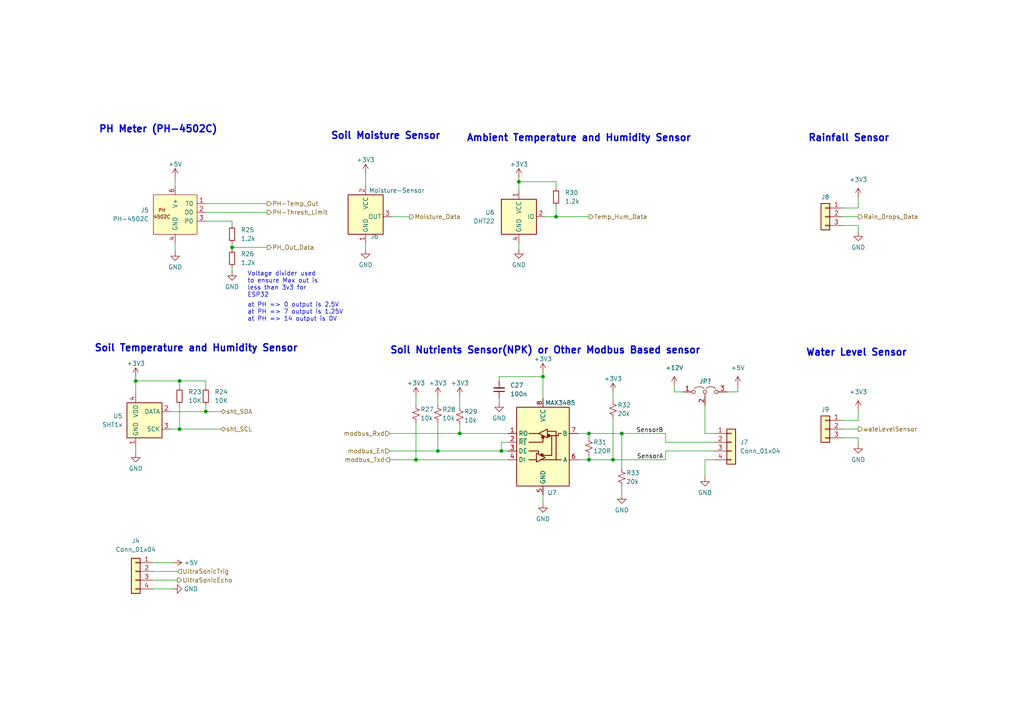
<source format=kicad_sch>
(kicad_sch (version 20211123) (generator eeschema)
  (paper "A4")
  (title_block (title "MKULIMA IOT DEVICE") (date "2022-10-26") (rev "v01") (comment 1 "Checked By: ") (comment 2 "Designed By: ") (comment 3 "Project Lead: Peter Kirumba") (comment 4 "MKULIMA IOT DEVICE"))
  (lib_symbols
    (symbol "Connector_Generic:Conn_01x03" (pin_names (offset 1.016) hide)
      (property "Reference" "J" (at 0 5.08 0))
      (property "Value" "Conn_01x03" (at 0 -5.08 0))
      (symbol "Conn_01x03_1_1"
        (rectangle (start -1.27 -2.413) (end 0 -2.667) (stroke (width 0.1524)))
        (rectangle (start -1.27 0.127) (end 0 -0.127) (stroke (width 0.1524)))
        (rectangle (start -1.27 2.667) (end 0 2.413) (stroke (width 0.1524)))
        (rectangle (start -1.27 3.81) (end 1.27 -3.81) (stroke (width 0.254)) (fill (type background)))
        (pin passive line (at -5.08 2.54 0) (length 3.81) (name "Pin_1") (number "1"))
        (pin passive line (at -5.08 0 0) (length 3.81) (name "Pin_2") (number "2"))
        (pin passive line (at -5.08 -2.54 0) (length 3.81) (name "Pin_3") (number "3"))
      )
    )
    (symbol "Connector_Generic:Conn_01x04" (pin_names (offset 1.016) hide)
      (property "Reference" "J" (at 0 5.08 0))
      (property "Value" "Conn_01x04" (at 0 -7.62 0))
      (symbol "Conn_01x04_1_1"
        (rectangle (start -1.27 -4.953) (end 0 -5.207) (stroke (width 0.1524)))
        (rectangle (start -1.27 -2.413) (end 0 -2.667) (stroke (width 0.1524)))
        (rectangle (start -1.27 0.127) (end 0 -0.127) (stroke (width 0.1524)))
        (rectangle (start -1.27 2.667) (end 0 2.413) (stroke (width 0.1524)))
        (rectangle (start -1.27 3.81) (end 1.27 -6.35) (stroke (width 0.254)) (fill (type background)))
        (pin passive line (at -5.08 2.54 0) (length 3.81) (name "Pin_1") (number "1"))
        (pin passive line (at -5.08 0 0) (length 3.81) (name "Pin_2") (number "2"))
        (pin passive line (at -5.08 -2.54 0) (length 3.81) (name "Pin_3") (number "3"))
        (pin passive line (at -5.08 -5.08 0) (length 3.81) (name "Pin_4") (number "4"))
      )
    )
    (symbol "Device:C_Small" (pin_numbers hide) (pin_names (offset 0.254) hide)
      (property "Reference" "C" (at 0.254 1.778 0))
      (property "Value" "C_Small" (at 0.254 -2.032 0))
      (symbol "C_Small_0_1"
        (polyline (pts (xy -1.524 -0.508) (xy 1.524 -0.508)) (stroke (width 0.3302)))
        (polyline (pts (xy -1.524 0.508) (xy 1.524 0.508)) (stroke (width 0.3048)))
      )
      (symbol "C_Small_1_1"
        (pin passive line (at 0 2.54 270) (length 2.032) (name "~") (number "1"))
        (pin passive line (at 0 -2.54 90) (length 2.032) (name "~") (number "2"))
      )
    )
    (symbol "Device:R_Small" (pin_numbers hide) (pin_names (offset 0.254) hide)
      (property "Reference" "R" (at 0.762 0.508 0))
      (property "Value" "R_Small" (at 0.762 -1.016 0))
      (symbol "R_Small_0_1"
        (rectangle (start -0.762 1.778) (end 0.762 -1.778) (stroke (width 0.2032)))
      )
      (symbol "R_Small_1_1"
        (pin passive line (at 0 2.54 270) (length 0.762) (name "~") (number "1"))
        (pin passive line (at 0 -2.54 90) (length 0.762) (name "~") (number "2"))
      )
    )
    (symbol "Device:R_Small_US" (pin_numbers hide) (pin_names (offset 0.254) hide)
      (property "Reference" "R" (at 0.762 0.508 0))
      (property "Value" "R_Small_US" (at 0.762 -1.016 0))
      (symbol "R_Small_US_1_1"
        (polyline (pts (xy 0 0) (xy 1.016 -0.381) (xy 0 -0.762) (xy -1.016 -1.143) (xy 0 -1.524)))
        (polyline (pts (xy 0 1.524) (xy 1.016 1.143) (xy 0 0.762) (xy -1.016 0.381) (xy 0 0)))
        (pin passive line (at 0 2.54 270) (length 1.016) (name "~") (number "1"))
        (pin passive line (at 0 -2.54 90) (length 1.016) (name "~") (number "2"))
      )
    )
    (symbol "GCL_Modules&Devboards:Moisture-Sensor"
      (property "Reference" "J" (at 1.27 -6.35 0))
      (property "Value" "Moisture-Sensor" (at 8.89 7.62 0))
      (symbol "Moisture-Sensor_0_0"
        (pin passive line (at 0 -7.62 90) (length 2.54) (name "GND") (number "1"))
        (pin passive line (at 0 8.89 270) (length 2.54) (name "VCC") (number "2"))
        (pin passive line (at 7.62 0 180) (length 2.54) (name "OUT") (number "3"))
      )
      (symbol "Moisture-Sensor_0_1"
        (rectangle (start -5.08 6.35) (end 5.08 -5.08) (stroke (width 0.254)) (fill (type background)))
      )
    )
    (symbol "GCL_Modules_THT:PH-4502C" (pin_names (offset 1.016))
      (property "Reference" "J" (at -3.81 -11.43 0))
      (property "Value" "PH-4502C" (at 6.35 3.81 0))
      (symbol "PH-4502C_0_0"
        (text "4502C" (at -3.81 -3.81 0) (effects (font (size 1 1))))
        (text "PH" (at -3.81 -1.905 0) (effects (font (size 0.9906 0.9906))))
        (pin passive line (at 8.89 0 180) (length 2.54) (name "T0") (number "1"))
        (pin passive line (at 8.89 -2.54 180) (length 2.54) (name "D0") (number "2"))
        (pin passive line (at 8.89 -5.08 180) (length 2.54) (name "P0") (number "3"))
        (pin passive line (at 0 -11.43 90) (length 2.54) (name "GND") (number "4"))
        (pin passive line (at 0 -11.43 90) (length 2.54) hide (name "GND") (number "5"))
        (pin passive line (at 0 5.08 270) (length 2.54) (name "V+") (number "6"))
      )
      (symbol "PH-4502C_0_1"
        (rectangle (start -6.35 2.54) (end 6.35 -8.89) (fill (type background)))
      )
    )
    (symbol "Interface_UART:MAX3485"
      (property "Reference" "U" (at -6.096 11.43 0))
      (property "Value" "MAX3485" (at 0.762 11.43 0))
      (symbol "MAX3485_0_1"
        (rectangle (start -7.62 10.16) (end 7.62 -12.7) (stroke (width 0.254)) (fill (type background)))
        (circle (center -0.3048 -3.683) (radius 0.3556) (stroke (width 0.254)) (fill (type outline)))
        (circle (center -0.0254 1.4986) (radius 0.3556) (stroke (width 0.254)) (fill (type outline)))
        (polyline (pts (xy -4.064 -5.08) (xy -1.905 -5.08)) (stroke (width 0.254)))
        (polyline (pts (xy -4.064 2.54) (xy -1.27 2.54)) (stroke (width 0.254)))
        (polyline (pts (xy -1.27 -3.2004) (xy -1.27 -3.4544)) (stroke (width 0.254)))
        (polyline (pts (xy -0.635 -5.08) (xy 5.334 -5.08)) (stroke (width 0.254)))
        (polyline (pts (xy -4.064 -2.54) (xy -1.27 -2.54) (xy -1.27 -3.175)) (stroke (width 0.254)))
        (polyline (pts (xy 0 1.27) (xy 0 0) (xy -4.064 0)) (stroke (width 0.254)))
        (polyline (pts (xy 1.27 3.175) (xy 3.81 3.175) (xy 3.81 -5.08)) (stroke (width 0.254)))
        (polyline (pts (xy 2.54 1.905) (xy 2.54 -3.81) (xy 0 -3.81)) (stroke (width 0.254)))
        (polyline (pts (xy -1.905 -3.175) (xy -1.905 -5.715) (xy 0.635 -4.445) (xy -1.905 -3.175)) (stroke (width 0.254)))
        (polyline (pts (xy -1.27 2.54) (xy 1.27 3.81) (xy 1.27 1.27) (xy -1.27 2.54)) (stroke (width 0.254)))
        (polyline (pts (xy 1.905 1.905) (xy 4.445 1.905) (xy 4.445 2.54) (xy 5.334 2.54)) (stroke (width 0.254)))
        (rectangle (start 1.27 3.175) (end 1.27 3.175))
        (circle (center 1.651 1.905) (radius 0.3556) (stroke (width 0.254)) (fill (type outline)))
      )
      (symbol "MAX3485_1_1"
        (pin output line (at -10.16 2.54 0) (length 2.54) (name "RO") (number "1"))
        (pin input line (at -10.16 0 0) (length 2.54) (name "~{RE}") (number "2"))
        (pin input line (at -10.16 -2.54 0) (length 2.54) (name "DE") (number "3"))
        (pin input line (at -10.16 -5.08 0) (length 2.54) (name "DI") (number "4"))
        (pin power_in line (at 0 -15.24 90) (length 2.54) (name "GND") (number "5"))
        (pin bidirectional line (at 10.16 -5.08 180) (length 2.54) (name "A") (number "6"))
        (pin bidirectional line (at 10.16 2.54 180) (length 2.54) (name "B") (number "7"))
        (pin power_in line (at 0 12.7 270) (length 2.54) (name "VCC") (number "8"))
      )
    )
    (symbol "Jumper:Jumper_3_Open" (pin_names (offset 0) hide)
      (property "Reference" "JP" (at -2.54 -2.54 0))
      (property "Value" "Jumper_3_Open" (at 0 2.794 0))
      (symbol "Jumper_3_Open_0_0"
        (circle (center -3.302 0) (radius 0.508))
        (circle (center 0 0) (radius 0.508))
        (circle (center 3.302 0) (radius 0.508))
      )
      (symbol "Jumper_3_Open_0_1"
        (arc (start -0.254 1.016) (mid -1.651 1.4992) (end -3.048 1.016))
        (polyline (pts (xy 0 -0.508) (xy 0 -1.27)))
        (arc (start 3.048 1.016) (mid 1.651 1.4992) (end 0.254 1.016))
      )
      (symbol "Jumper_3_Open_1_1"
        (pin passive line (at -6.35 0 0) (length 2.54) (name "A") (number "1"))
        (pin passive line (at 0 -3.81 90) (length 2.54) (name "C") (number "2"))
        (pin passive line (at 6.35 0 180) (length 2.54) (name "B") (number "3"))
      )
    )
    (symbol "Sensor:DHT11"
      (property "Reference" "U" (at -3.81 6.35 0))
      (property "Value" "DHT11" (at 3.81 6.35 0))
      (symbol "DHT11_0_1"
        (rectangle (start -5.08 5.08) (end 5.08 -5.08) (stroke (width 0.254)) (fill (type background)))
      )
      (symbol "DHT11_1_1"
        (pin power_in line (at 0 7.62 270) (length 2.54) (name "VCC") (number "1"))
        (pin bidirectional line (at 7.62 0 180) (length 2.54) (name "IO") (number "2"))
        (pin no_connect line (at -5.08 0 0) (length 2.54) hide (name "NC") (number "3"))
        (pin power_in line (at 0 -7.62 90) (length 2.54) (name "GND") (number "4"))
      )
    )
    (symbol "Sensor:SHT1x"
      (property "Reference" "U" (at 3.81 6.35 0))
      (property "Value" "SHT1x" (at 2.54 -6.35 0))
      (symbol "SHT1x_0_1"
        (rectangle (start -5.08 5.08) (end 5.08 -5.08) (stroke (width 0.254)) (fill (type background)))
      )
      (symbol "SHT1x_1_1"
        (pin power_in line (at -2.54 -7.62 90) (length 2.54) (name "GND") (number "1"))
        (pin bidirectional line (at 7.62 2.54 180) (length 2.54) (name "DATA") (number "2"))
        (pin input line (at 7.62 -2.54 180) (length 2.54) (name "SCK") (number "3"))
        (pin power_in line (at -2.54 7.62 270) (length 2.54) (name "VDD") (number "4"))
      )
    )
    (symbol "power:+12V" (power) (pin_names (offset 0))
      (property "Value" "+12V" (at 0 3.556 0))
      (symbol "+12V_0_1"
        (polyline (pts (xy -0.762 1.27) (xy 0 2.54)))
        (polyline (pts (xy 0 0) (xy 0 2.54)))
        (polyline (pts (xy 0 2.54) (xy 0.762 1.27)))
      )
      (symbol "+12V_1_1"
        (pin power_in line (at 0 0 90) (length 0) hide (name "+12V") (number "1"))
      )
    )
    (symbol "power:+3V3" (power) (pin_names (offset 0))
      (property "Value" "+3V3" (at 0 3.556 0))
      (symbol "+3V3_0_1"
        (polyline (pts (xy -0.762 1.27) (xy 0 2.54)))
        (polyline (pts (xy 0 0) (xy 0 2.54)))
        (polyline (pts (xy 0 2.54) (xy 0.762 1.27)))
      )
      (symbol "+3V3_1_1"
        (pin power_in line (at 0 0 90) (length 0) hide (name "+3V3") (number "1"))
      )
    )
    (symbol "power:+5V" (power) (pin_names (offset 0))
      (property "Value" "+5V" (at 0 3.556 0))
      (symbol "+5V_0_1"
        (polyline (pts (xy -0.762 1.27) (xy 0 2.54)))
        (polyline (pts (xy 0 0) (xy 0 2.54)))
        (polyline (pts (xy 0 2.54) (xy 0.762 1.27)))
      )
      (symbol "+5V_1_1"
        (pin power_in line (at 0 0 90) (length 0) hide (name "+5V") (number "1"))
      )
    )
    (symbol "power:GND" (power) (pin_names (offset 0))
      (property "Value" "GND" (at 0 -3.81 0))
      (symbol "GND_0_1"
        (polyline (pts (xy 0 0) (xy 0 -1.27) (xy 1.27 -1.27) (xy 0 -2.54) (xy -1.27 -1.27) (xy 0 -1.27)))
      )
      (symbol "GND_1_1"
        (pin power_in line (at 0 0 270) (length 0) hide (name "GND") (number "1"))
      )
    )
  )
  (junction (at 52.07 110.49))
  (junction (at 59.69 119.38))
  (junction (at 67.31 71.755))
  (junction (at 127 130.81))
  (junction (at 52.07 124.46))
  (junction (at 170.815 125.73))
  (junction (at 120.65 133.35))
  (junction (at 161.29 62.865))
  (junction (at 180.34 125.73))
  (junction (at 133.35 125.73))
  (junction (at 170.815 133.35))
  (junction (at 145.415 130.81))
  (junction (at 39.37 110.49))
  (junction (at 157.48 109.22))
  (junction (at 150.495 52.705))
  (junction (at 177.8 133.35))
  (wire (pts (xy 213.995 113.665) (xy 210.82 113.665)))
  (wire (pts (xy 180.34 143.51) (xy 180.34 140.97)))
  (wire (pts (xy 248.92 57.15) (xy 248.92 60.325)))
  (wire (pts (xy 150.495 52.705) (xy 150.495 55.245)))
  (wire (pts (xy 177.8 113.665) (xy 177.8 116.205)))
  (wire (pts (xy 193.04 130.81) (xy 207.01 130.81)))
  (wire (pts (xy 161.29 52.705) (xy 150.495 52.705)))
  (wire (pts (xy 157.48 109.22) (xy 157.48 107.95)))
  (wire (pts (xy 133.35 123.19) (xy 133.35 125.73)))
  (wire (pts (xy 170.815 125.73) (xy 180.34 125.73)))
  (wire (pts (xy 213.995 111.76) (xy 213.995 113.665)))
  (wire (pts (xy 67.31 77.47) (xy 67.31 78.74)))
  (wire (pts (xy 144.78 110.49) (xy 144.78 109.22)))
  (wire (pts (xy 248.92 118.745) (xy 248.92 121.92)))
  (wire (pts (xy 170.815 127) (xy 170.815 125.73)))
  (wire (pts (xy 59.69 59.055) (xy 77.47 59.055)))
  (wire (pts (xy 161.29 59.69) (xy 161.29 62.865)))
  (wire (pts (xy 59.69 112.395) (xy 59.69 110.49)))
  (wire (pts (xy 204.47 125.73) (xy 207.01 125.73)))
  (wire (pts (xy 106.045 70.485) (xy 106.045 72.39)))
  (wire (pts (xy 157.48 109.22) (xy 157.48 115.57)))
  (wire (pts (xy 204.47 133.35) (xy 207.01 133.35)))
  (wire (pts (xy 106.045 50.165) (xy 106.045 53.975)))
  (wire (pts (xy 161.29 62.865) (xy 170.815 62.865)))
  (wire (pts (xy 127 114.935) (xy 127 117.475)))
  (wire (pts (xy 50.8 51.435) (xy 50.8 53.975)))
  (wire (pts (xy 133.35 114.935) (xy 133.35 118.11)))
  (wire (pts (xy 113.03 125.73) (xy 133.35 125.73)))
  (wire (pts (xy 59.69 61.595) (xy 77.47 61.595)))
  (wire (pts (xy 150.495 70.485) (xy 150.495 72.39)))
  (wire (pts (xy 44.45 165.735) (xy 51.435 165.735)))
  (wire (pts (xy 50.8 70.485) (xy 50.8 73.025)))
  (wire (pts (xy 59.69 119.38) (xy 64.135 119.38)))
  (wire (pts (xy 158.115 62.865) (xy 161.29 62.865)))
  (wire (pts (xy 150.495 51.435) (xy 150.495 52.705)))
  (wire (pts (xy 49.53 124.46) (xy 52.07 124.46)))
  (wire (pts (xy 144.78 109.22) (xy 157.48 109.22)))
  (wire (pts (xy 59.69 117.475) (xy 59.69 119.38)))
  (wire (pts (xy 193.04 130.81) (xy 193.04 133.35)))
  (wire (pts (xy 180.34 125.73) (xy 193.04 125.73)))
  (wire (pts (xy 67.31 64.135) (xy 67.31 65.405)))
  (wire (pts (xy 39.37 110.49) (xy 39.37 114.3)))
  (wire (pts (xy 170.815 133.35) (xy 177.8 133.35)))
  (wire (pts (xy 113.665 62.865) (xy 118.745 62.865)))
  (wire (pts (xy 207.01 128.27) (xy 193.04 128.27)))
  (wire (pts (xy 167.64 133.35) (xy 170.815 133.35)))
  (wire (pts (xy 120.65 133.35) (xy 147.32 133.35)))
  (wire (pts (xy 244.475 60.325) (xy 248.92 60.325)))
  (wire (pts (xy 145.415 130.81) (xy 147.32 130.81)))
  (wire (pts (xy 195.58 111.76) (xy 195.58 113.665)))
  (wire (pts (xy 52.07 124.46) (xy 64.135 124.46)))
  (wire (pts (xy 133.35 125.73) (xy 147.32 125.73)))
  (wire (pts (xy 204.47 133.35) (xy 204.47 138.43)))
  (wire (pts (xy 113.03 130.81) (xy 127 130.81)))
  (wire (pts (xy 120.65 117.475) (xy 120.65 114.935)))
  (wire (pts (xy 39.37 110.49) (xy 52.07 110.49)))
  (wire (pts (xy 120.65 122.555) (xy 120.65 133.35)))
  (wire (pts (xy 39.37 129.54) (xy 39.37 131.445)))
  (wire (pts (xy 193.04 125.73) (xy 193.04 128.27)))
  (wire (pts (xy 177.8 121.285) (xy 177.8 133.35)))
  (wire (pts (xy 244.475 124.46) (xy 248.92 124.46)))
  (wire (pts (xy 167.64 125.73) (xy 170.815 125.73)))
  (wire (pts (xy 248.92 127) (xy 248.92 128.905)))
  (wire (pts (xy 59.69 64.135) (xy 67.31 64.135)))
  (wire (pts (xy 49.53 119.38) (xy 59.69 119.38)))
  (wire (pts (xy 180.34 125.73) (xy 180.34 135.89)))
  (wire (pts (xy 145.415 128.27) (xy 145.415 130.81)))
  (wire (pts (xy 44.45 170.815) (xy 50.165 170.815)))
  (wire (pts (xy 52.07 117.475) (xy 52.07 124.46)))
  (wire (pts (xy 39.37 109.22) (xy 39.37 110.49)))
  (wire (pts (xy 195.58 113.665) (xy 198.12 113.665)))
  (wire (pts (xy 120.65 133.35) (xy 113.03 133.35)))
  (wire (pts (xy 177.8 133.35) (xy 193.04 133.35)))
  (wire (pts (xy 44.45 168.275) (xy 51.435 168.275)))
  (wire (pts (xy 67.31 71.755) (xy 77.47 71.755)))
  (wire (pts (xy 44.45 163.195) (xy 50.165 163.195)))
  (wire (pts (xy 127 130.81) (xy 145.415 130.81)))
  (wire (pts (xy 248.92 65.405) (xy 248.92 67.31)))
  (wire (pts (xy 52.07 110.49) (xy 52.07 112.395)))
  (wire (pts (xy 67.31 70.485) (xy 67.31 71.755)))
  (wire (pts (xy 127 122.555) (xy 127 130.81)))
  (wire (pts (xy 244.475 121.92) (xy 248.92 121.92)))
  (wire (pts (xy 52.07 110.49) (xy 59.69 110.49)))
  (wire (pts (xy 161.29 54.61) (xy 161.29 52.705)))
  (wire (pts (xy 157.48 143.51) (xy 157.48 146.05)))
  (wire (pts (xy 244.475 62.865) (xy 248.92 62.865)))
  (wire (pts (xy 244.475 65.405) (xy 248.92 65.405)))
  (wire (pts (xy 145.415 128.27) (xy 147.32 128.27)))
  (wire (pts (xy 204.47 117.475) (xy 204.47 125.73)))
  (wire (pts (xy 144.78 115.57) (xy 144.78 116.84)))
  (wire (pts (xy 244.475 127) (xy 248.92 127)))
  (wire (pts (xy 67.31 71.755) (xy 67.31 72.39)))
  (wire (pts (xy 170.815 132.08) (xy 170.815 133.35)))
  (text "Water Level Sensor" (at 233.68 103.505 0) (effects (font (size 2 2) (thickness 0.4) bold) (justify left bottom)))
  (text "Rainfall Sensor" (at 234.315 41.275 0) (effects (font (size 2 2) (thickness 0.4) bold) (justify left bottom)))
  (text "at PH => 0 output is 2.5V\nat PH => 7 output is 1.25V\nat PH => 14 output is 0V" (at 71.755 93.345 0) (effects (font (size 1.27 1.27)) (justify left bottom)))
  (text "Ambient Temperature and Humidity Sensor" (at 135.255 41.275 0) (effects (font (size 2 2) (thickness 0.4) bold) (justify left bottom)))
  (text "Soil Temperature and Humidity Sensor" (at 27.305 102.235 0) (effects (font (size 2 2) (thickness 0.4) bold) (justify left bottom)))
  (text "PH Meter (PH-4502C)" (at 28.575 38.735 0) (effects (font (size 2 2) (thickness 0.4) bold) (justify left bottom)))
  (text "Soil Moisture Sensor" (at 95.885 40.64 0) (effects (font (size 2 2) (thickness 0.4) bold) (justify left bottom)))
  (text "Voltage divider used\nto ensure Max out is\nless than 3v3 for\nESP32" (at 71.755 86.36 0) (effects (font (size 1.27 1.27)) (justify left bottom)))
  (text "Soil Nutrients Sensor(NPK) or Other Modbus Based sensor" (at 113.03 102.87 0) (effects (font (size 2 2) (thickness 0.4) bold) (justify left bottom)))
  (label "SensorA" (at 192.405 133.35 180))
  (label "SensorB" (at 192.405 125.73 180))
  (hierarchical_label "wateLevelSensor" (shape output) (at 248.92 124.46 0))
  (hierarchical_label "Rain_Drops_Data" (shape output) (at 248.92 62.865 0))
  (hierarchical_label "PH-Temp_Out" (shape output) (at 77.47 59.055 0))
  (hierarchical_label "UltraSonicTrig" (shape input) (at 51.435 165.735 0))
  (hierarchical_label "PH_Out_Data" (shape output) (at 77.47 71.755 0))
  (hierarchical_label "UltraSonicEcho" (shape output) (at 51.435 168.275 0))
  (hierarchical_label "Moisture_Data" (shape output) (at 118.745 62.865 0))
  (hierarchical_label "modbus_Txd" (shape output) (at 113.03 133.35 180))
  (hierarchical_label "modbus_En" (shape input) (at 113.03 130.81 180))
  (hierarchical_label "modbus_Rxd" (shape input) (at 113.03 125.73 180))
  (hierarchical_label "Temp_Hum_Data" (shape output) (at 170.815 62.865 0))
  (hierarchical_label "sht_SDA" (shape bidirectional) (at 64.135 119.38 0))
  (hierarchical_label "PH-Thresh_Limit" (shape output) (at 77.47 61.595 0))
  (hierarchical_label "sht_SCL" (shape bidirectional) (at 64.135 124.46 0))
  (symbol (lib_id "power:+3V3") (at 127 114.935 0) (unit 1)
    (property "Reference" "#PWR057" (effects hide))
    (property "Value" "+3V3" (at 127 111.125 0))
  )
  (symbol (lib_id "power:GND") (at 50.8 73.025 0) (unit 1)
    (property "Reference" "#PWR052" (effects hide))
    (property "Value" "GND" (at 50.8 77.47 0))
  )
  (symbol (lib_id "power:GND") (at 248.92 67.31 0) (unit 1)
    (property "Reference" "#PWR069" (effects hide))
    (property "Value" "GND" (at 248.92 71.755 0))
  )
  (symbol (lib_id "Device:R_Small_US") (at 120.65 120.015 0) (unit 1)
    (property "Reference" "R27" (at 121.92 118.745 0) (effects (justify left)))
    (property "Value" "10k" (at 121.92 121.285 0) (effects (justify left)))
    (property "Footprint" "Resistor_SMD:R_0805_2012Metric" (effects hide))
  )
  (symbol (lib_id "Device:R_Small") (at 52.07 114.935 0) (unit 1)
    (property "Reference" "R23" (at 54.61 113.6649 0) (effects (justify left)))
    (property "Value" "10K" (at 54.61 116.2049 0) (effects (justify left)))
    (property "Footprint" "Resistor_SMD:R_0805_2012Metric" (effects hide))
  )
  (symbol (lib_id "power:+3V3") (at 120.65 114.935 0) (unit 1)
    (property "Reference" "#PWR056" (effects hide))
    (property "Value" "+3V3" (at 120.65 111.125 0))
  )
  (symbol (lib_id "GCL_Modules_THT:PH-4502C") (at 50.8 59.055 0) (unit 1)
    (property "Reference" "J5" (at 43.18 60.9599 0) (effects (justify right)))
    (property "Value" "PH-4502C" (at 43.18 63.4999 0) (effects (justify right)))
    (property "Footprint" "greencharge-footprints:PH-4502C" (effects hide))
  )
  (symbol (lib_id "power:+3V3") (at 150.495 51.435 0) (unit 1)
    (property "Reference" "#PWR060" (effects hide))
    (property "Value" "+3V3" (at 150.495 47.625 0))
  )
  (symbol (lib_id "Device:R_Small_US") (at 127 120.015 0) (unit 1)
    (property "Reference" "R28" (at 128.27 118.745 0) (effects (justify left)))
    (property "Value" "10k" (at 128.27 121.285 0) (effects (justify left)))
    (property "Footprint" "Resistor_SMD:R_0805_2012Metric" (effects hide))
  )
  (symbol (lib_id "power:+3V3") (at 177.8 113.665 0) (unit 1)
    (property "Reference" "#PWR064" (effects hide))
    (property "Value" "+3V3" (at 177.8 109.855 0))
  )
  (symbol (lib_id "power:GND") (at 50.165 170.815 90) (unit 1)
    (property "Reference" "#PWR050" (effects hide))
    (property "Value" "GND" (at 53.34 170.8149 90) (effects (justify right)))
  )
  (symbol (lib_id "Device:R_Small") (at 67.31 67.945 0) (unit 1)
    (property "Reference" "R25" (at 69.85 66.6749 0) (effects (justify left)))
    (property "Value" "1.2k" (at 69.85 69.2149 0) (effects (justify left)))
    (property "Footprint" "Resistor_SMD:R_0805_2012Metric" (effects hide))
  )
  (symbol (lib_id "power:GND") (at 204.47 138.43 0) (unit 1)
    (property "Reference" "#PWR067" (effects hide))
    (property "Value" "GND" (at 204.47 142.875 0))
  )
  (symbol (lib_id "Device:R_Small_US") (at 180.34 138.43 0) (unit 1)
    (property "Reference" "R33" (at 181.61 137.16 0) (effects (justify left)))
    (property "Value" "20k" (at 181.61 139.7 0) (effects (justify left)))
    (property "Footprint" "Resistor_SMD:R_0805_2012Metric" (effects hide))
  )
  (symbol (lib_id "Device:C_Small") (at 144.78 113.03 180) (unit 1)
    (property "Reference" "C27" (at 147.955 111.7535 0) (effects (justify right)))
    (property "Value" "100n" (at 147.955 114.2935 0) (effects (justify right)))
    (property "Footprint" "Capacitor_SMD:C_0805_2012Metric" (effects hide))
  )
  (symbol (lib_id "power:GND") (at 180.34 143.51 0) (unit 1)
    (property "Reference" "#PWR065" (effects hide))
    (property "Value" "GND" (at 180.34 147.955 0))
  )
  (symbol (lib_id "Connector_Generic:Conn_01x03") (at 239.395 62.865 0) (mirror y) (unit 1)
    (property "Reference" "J8" (at 239.395 57.15 0))
    (property "Value" "Conn_01x03" (effects hide))
    (property "Footprint" "TerminalBlock_Phoenix:TerminalBlock_Phoenix_MPT-0,5-3-2.54_1x03_P2.54mm_Horizontal" (effects hide))
  )
  (symbol (lib_id "power:+3V3") (at 248.92 57.15 0) (unit 1)
    (property "Reference" "#PWR068" (effects hide))
    (property "Value" "+3V3" (at 248.92 52.07 0))
  )
  (symbol (lib_id "power:+3V3") (at 106.045 50.165 0) (unit 1)
    (property "Reference" "#PWR054" (effects hide))
    (property "Value" "+3V3" (at 106.045 46.355 0))
  )
  (symbol (lib_id "Jumper:Jumper_3_Open") (at 204.47 113.665 0) (unit 1)
    (property "Reference" "JP?" (at 204.597 110.617 0))
    (property "Value" "Jumper_3_Open" (effects hide))
  )
  (symbol (lib_id "Connector_Generic:Conn_01x04") (at 212.09 128.27 0) (unit 1)
    (property "Reference" "J7" (at 214.63 128.2699 0) (effects (justify left)))
    (property "Value" "Conn_01x04" (at 214.63 130.8099 0) (effects (justify left)))
    (property "Footprint" "TerminalBlock_Phoenix:TerminalBlock_Phoenix_MPT-0,5-4-2.54_1x04_P2.54mm_Horizontal" (effects hide))
  )
  (symbol (lib_id "power:+12V") (at 195.58 111.76 0) (unit 1)
    (property "Reference" "#PWR066" (effects hide))
    (property "Value" "+12V" (at 195.58 106.68 0))
  )
  (symbol (lib_id "power:GND") (at 106.045 72.39 0) (unit 1)
    (property "Reference" "#PWR055" (effects hide))
    (property "Value" "GND" (at 106.045 76.835 0))
  )
  (symbol (lib_id "power:GND") (at 150.495 72.39 0) (unit 1)
    (property "Reference" "#PWR061" (effects hide))
    (property "Value" "GND" (at 150.495 76.835 0))
  )
  (symbol (lib_id "power:+3V3") (at 39.37 109.22 0) (unit 1)
    (property "Reference" "#PWR047" (effects hide))
    (property "Value" "+3V3" (at 39.37 105.41 0))
  )
  (symbol (lib_id "Device:R_Small") (at 67.31 74.93 0) (unit 1)
    (property "Reference" "R26" (at 69.85 73.6599 0) (effects (justify left)))
    (property "Value" "1.2k" (at 69.85 76.1999 0) (effects (justify left)))
    (property "Footprint" "Resistor_SMD:R_0805_2012Metric" (effects hide))
  )
  (symbol (lib_id "power:+3V3") (at 248.92 118.745 0) (unit 1)
    (property "Reference" "#PWR070" (effects hide))
    (property "Value" "+3V3" (at 248.92 113.665 0))
  )
  (symbol (lib_id "power:+3V3") (at 157.48 107.95 0) (unit 1)
    (property "Reference" "#PWR062" (effects hide))
    (property "Value" "+3V3" (at 157.48 104.14 0))
  )
  (symbol (lib_id "power:GND") (at 39.37 131.445 0) (unit 1)
    (property "Reference" "#PWR048" (effects hide))
    (property "Value" "GND" (at 39.37 135.89 0))
  )
  (symbol (lib_id "Sensor:DHT11") (at 150.495 62.865 0) (unit 1)
    (property "Reference" "U6" (at 143.51 61.5949 0) (effects (justify right)))
    (property "Value" "DHT22" (at 143.51 64.1349 0) (effects (justify right)))
    (property "Footprint" "TerminalBlock_Phoenix:TerminalBlock_Phoenix_MPT-0,5-4-2.54_1x04_P2.54mm_Horizontal" (effects hide))
    (property "Datasheet" "http://akizukidenshi.com/download/ds/aosong/DHT11.pdf" (effects hide))
  )
  (symbol (lib_id "power:+5V") (at 50.165 163.195 270) (unit 1)
    (property "Reference" "#PWR049" (effects hide))
    (property "Value" "+5V" (at 53.34 163.1949 90) (effects (justify left)))
  )
  (symbol (lib_id "Device:R_Small_US") (at 170.815 129.54 0) (unit 1)
    (property "Reference" "R31" (at 172.085 128.27 0) (effects (justify left)))
    (property "Value" "120R" (at 172.085 130.81 0) (effects (justify left)))
    (property "Footprint" "Resistor_SMD:R_0805_2012Metric" (effects hide))
  )
  (symbol (lib_id "Device:R_Small") (at 59.69 114.935 0) (unit 1)
    (property "Reference" "R24" (at 62.23 113.6649 0) (effects (justify left)))
    (property "Value" "10K" (at 62.23 116.2049 0) (effects (justify left)))
    (property "Footprint" "Resistor_SMD:R_0805_2012Metric" (effects hide))
  )
  (symbol (lib_id "Sensor:SHT1x") (at 41.91 121.92 0) (unit 1)
    (property "Reference" "U5" (at 35.56 120.6499 0) (effects (justify right)))
    (property "Value" "SHT1x" (at 35.56 123.1899 0) (effects (justify right)))
    (property "Footprint" "TerminalBlock_Phoenix:TerminalBlock_Phoenix_MPT-0,5-4-2.54_1x04_P2.54mm_Horizontal" (effects hide))
    (property "Datasheet" "https://www.sensirion.com/fileadmin/user_upload/customers/sensirion/Dokumente/0_Datasheets/Humidity/Sensirion_Humidity_Sensors_SHT1x_Datasheet.pdf" (effects hide))
  )
  (symbol (lib_id "power:GND") (at 144.78 116.84 0) (unit 1)
    (property "Reference" "#PWR059" (effects hide))
    (property "Value" "~" (at 144.78 121.285 0))
  )
  (symbol (lib_id "power:GND") (at 157.48 146.05 0) (unit 1)
    (property "Reference" "#PWR063" (effects hide))
    (property "Value" "GND" (at 157.48 150.495 0))
  )
  (symbol (lib_id "GCL_Modules&Devboards:Moisture-Sensor") (at 106.045 62.865 0) (unit 1)
    (property "Reference" "J6" (at 109.855 68.58 0) (effects (justify right)))
    (property "Value" "Moisture-Sensor" (at 123.19 55.245 0) (effects (justify right)))
    (property "Footprint" "TerminalBlock_Phoenix:TerminalBlock_Phoenix_MPT-0,5-3-2.54_1x03_P2.54mm_Horizontal" (effects hide))
  )
  (symbol (lib_id "power:GND") (at 67.31 78.74 0) (unit 1)
    (property "Reference" "#PWR053" (effects hide))
    (property "Value" "GND" (at 67.31 83.185 0))
  )
  (symbol (lib_id "Device:R_Small") (at 161.29 57.15 0) (unit 1)
    (property "Reference" "R30" (at 163.83 55.8799 0) (effects (justify left)))
    (property "Value" "1.2k" (at 163.83 58.4199 0) (effects (justify left)))
    (property "Footprint" "Resistor_SMD:R_0805_2012Metric" (effects hide))
  )
  (symbol (lib_id "Device:R_Small_US") (at 177.8 118.745 0) (unit 1)
    (property "Reference" "R32" (at 179.07 117.475 0) (effects (justify left)))
    (property "Value" "20k" (at 179.07 120.015 0) (effects (justify left)))
    (property "Footprint" "Resistor_SMD:R_0805_2012Metric" (effects hide))
  )
  (symbol (lib_id "Connector_Generic:Conn_01x04") (at 39.37 165.735 0) (mirror y) (unit 1)
    (property "Reference" "J4" (at 39.37 156.845 0))
    (property "Value" "Conn_01x04" (at 39.37 159.385 0))
    (property "Footprint" "TerminalBlock_Phoenix:TerminalBlock_Phoenix_MPT-0,5-4-2.54_1x04_P2.54mm_Horizontal" (effects hide))
  )
  (symbol (lib_id "Connector_Generic:Conn_01x03") (at 239.395 124.46 0) (mirror y) (unit 1)
    (property "Reference" "J9" (at 239.395 118.745 0))
    (property "Value" "Conn_01x03" (effects hide))
    (property "Footprint" "TerminalBlock_Phoenix:TerminalBlock_Phoenix_MPT-0,5-3-2.54_1x03_P2.54mm_Horizontal" (effects hide))
  )
  (symbol (lib_id "power:GND") (at 248.92 128.905 0) (unit 1)
    (property "Reference" "#PWR071" (effects hide))
    (property "Value" "GND" (at 248.92 133.35 0))
  )
  (symbol (lib_id "Device:R_Small_US") (at 133.35 120.65 0) (unit 1)
    (property "Reference" "R29" (at 134.62 119.38 0) (effects (justify left)))
    (property "Value" "10k" (at 134.62 121.92 0) (effects (justify left)))
    (property "Footprint" "Resistor_SMD:R_0805_2012Metric" (effects hide))
  )
  (symbol (lib_id "power:+3V3") (at 133.35 114.935 0) (unit 1)
    (property "Reference" "#PWR058" (effects hide))
    (property "Value" "+3V3" (at 133.35 111.125 0))
  )
  (symbol (lib_id "Interface_UART:MAX3485") (at 157.48 128.27 0) (unit 1)
    (property "Reference" "U7" (at 158.75 142.875 0) (effects (justify left)))
    (property "Value" "MAX3485" (at 158.115 116.84 0) (effects (justify left)))
    (property "Footprint" "Package_SO:SOP-8_3.9x4.9mm_P1.27mm" (effects hide))
    (property "Datasheet" "https://datasheets.maximintegrated.com/en/ds/MAX3483-MAX3491.pdf" (effects hide))
  )
  (symbol (lib_id "power:+5V") (at 213.995 111.76 0) (unit 1)
    (property "Reference" "#PWR?" (effects hide))
    (property "Value" "+5V" (at 213.995 106.68 0))
  )
  (symbol (lib_id "power:+5V") (at 50.8 51.435 0) (unit 1)
    (property "Reference" "#PWR051" (effects hide))
    (property "Value" "+5V" (at 50.8 47.625 0))
  )
)
</source>
